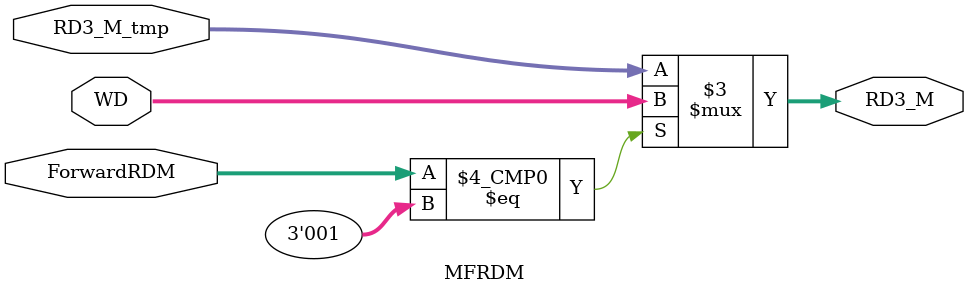
<source format=v>
`timescale 1ns / 1ps

module MFRSD(
	ForwardRSD,
	RD1_tmp, pc8_E, pc8_M, AO_M,
	RD1_D);
	
	input [2:0] ForwardRSD;
	input [31:0] RD1_tmp, pc8_E, pc8_M, AO_M;
	
	output reg [31:0] RD1_D;

	always @(*) begin
		case(ForwardRSD)
			3'h0: RD1_D = RD1_tmp;
			3'h1: RD1_D = pc8_E;
			3'h2: RD1_D = pc8_M;
			3'h3: RD1_D = AO_M;
			default: RD1_D = RD1_tmp;
		endcase
	end

endmodule


module MFRTD(
	ForwardRTD,
	RD2_tmp, pc8_E, pc8_M, AO_M,
	RD2_D);
	
	input [2:0] ForwardRTD;
	input [31:0] RD2_tmp, pc8_E, pc8_M, AO_M;
	
	output reg [31:0] RD2_D;

	always @(*) begin
		case(ForwardRTD)
			3'h0: RD2_D = RD2_tmp;
			3'h1: RD2_D = pc8_E;
			3'h2: RD2_D = pc8_M;
			3'h3: RD2_D = AO_M;
			default: RD2_D = RD2_tmp;
		endcase
	end

endmodule

module MFRDD(
	ForwardRDD,
	RD3_tmp, pc8_E, pc8_M, AO_M,
	RD3_D);
	
	input [2:0] ForwardRDD;
	input [31:0] RD3_tmp, pc8_E, pc8_M, AO_M;
	
	output reg [31:0] RD3_D;

	always @(*) begin
		case(ForwardRDD)
			3'h0: RD3_D = RD3_tmp;
			3'h1: RD3_D = pc8_E;
			3'h2: RD3_D = pc8_M;
			3'h3: RD3_D = AO_M;
			default: RD3_D = RD3_tmp;
		endcase
	end

endmodule


module MFRSE(
	ForwardRSE,
	RD1_E_tmp, pc8_M, AO_M, WD, 
	RD1_E);
	
	input [2:0] ForwardRSE;
	input [31:0] RD1_E_tmp, pc8_M, AO_M, WD;

	output reg [31:0] RD1_E;

	always @(*) begin
		case(ForwardRSE)
			3'h0: RD1_E = RD1_E_tmp;
			3'h1: RD1_E = pc8_M;
			3'h2: RD1_E = AO_M;
			3'h3: RD1_E = WD;
			default: RD1_E = RD1_E_tmp;
		endcase
	end
endmodule


module MFRTE(
	ForwardRTE,
	RD2_E_tmp, pc8_M, AO_M, WD,
	RD2_E);
	
	input [2:0] ForwardRTE;
	input [31:0] RD2_E_tmp, pc8_M, AO_M, WD;

	output reg [31:0] RD2_E;

	always @(*) begin
		case(ForwardRTE)
			3'h0: RD2_E = RD2_E_tmp;
			3'h1: RD2_E = pc8_M;
			3'h2: RD2_E = AO_M;
			3'h3: RD2_E = WD;
			default: RD2_E = RD2_E_tmp;
		endcase
	end
endmodule

module MFRDE(
	ForwardRDE,
	RD3_E_tmp, pc8_M, AO_M, WD,
	RD3_E);
	
	input [2:0] ForwardRDE;
	input [31:0] RD3_E_tmp, pc8_M, AO_M, WD;

	output reg [31:0] RD3_E;

	always @(*) begin
		case(ForwardRDE)
			3'h0: RD3_E = RD3_E_tmp;
			3'h1: RD3_E = pc8_M;
			3'h2: RD3_E = AO_M;
			3'h3: RD3_E = WD;
			default: RD3_E = RD3_E_tmp;
		endcase
	end
endmodule


module MFRSM(
	ForwardRSM,
	RD1_M_tmp, WD,
	RD1_M);
	
	input [2:0] ForwardRSM;
	input [31:0] RD1_M_tmp, WD;

	output reg [31:0] RD1_M;

	always @(*) begin
		case(ForwardRSM)
			3'h0: RD1_M = RD1_M_tmp;
			3'h1: RD1_M = WD;
			default: RD1_M = RD1_M_tmp;
		endcase
	end
endmodule


module MFRTM(
	ForwardRTM,
	RD2_M_tmp, WD,
	RD2_M);
	
	input [2:0] ForwardRTM;
	input [31:0] RD2_M_tmp, WD;

	output reg [31:0] RD2_M;

	always @(*) begin
		case(ForwardRTM)
			3'h0: RD2_M = RD2_M_tmp;
			3'h1: RD2_M = WD;
			default: RD2_M = RD2_M_tmp;
		endcase
	end
endmodule

module MFRDM(
	ForwardRDM,
	RD3_M_tmp, WD,
	RD3_M);
	
	input [2:0] ForwardRDM;
	input [31:0] RD3_M_tmp, WD;

	output reg [31:0] RD3_M;

	always @(*) begin
		case(ForwardRDM)
			3'h0: RD3_M = RD3_M_tmp;
			3'h1: RD3_M = WD;
			default: RD3_M = RD3_M_tmp;
		endcase
	end
endmodule

</source>
